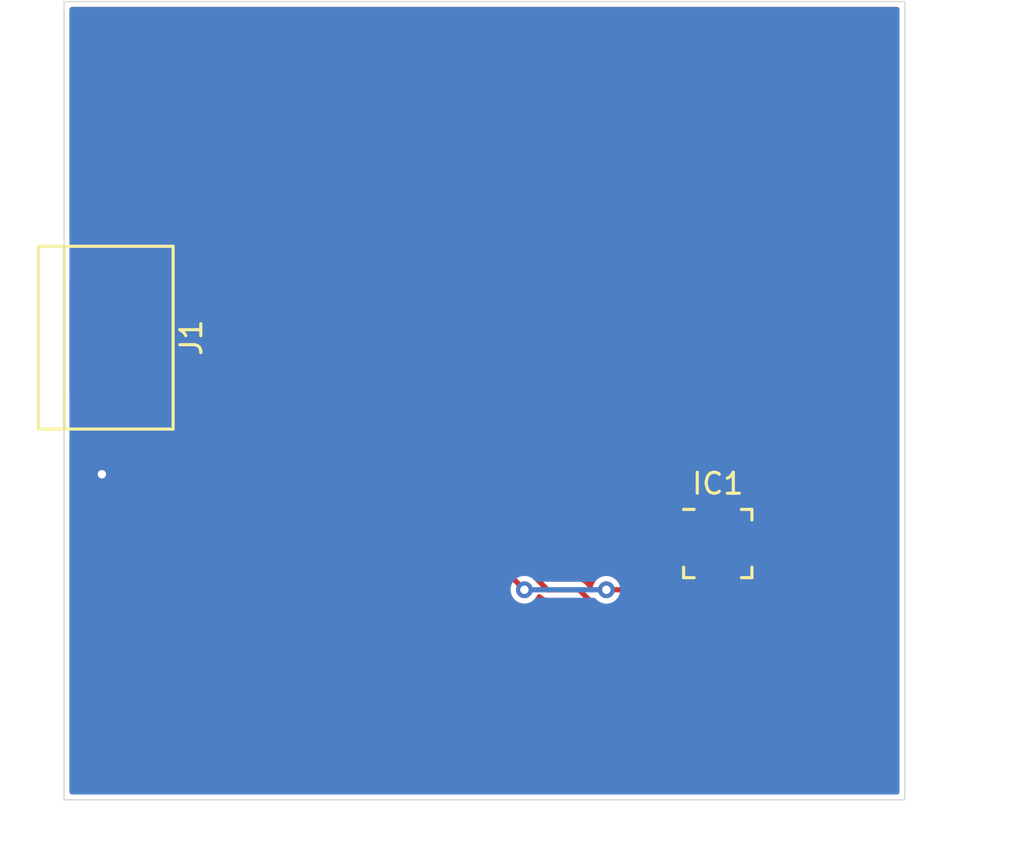
<source format=kicad_pcb>
(kicad_pcb (version 20210807) (generator pcbnew)
  (layers (0 "F.Cu" signal) (31 "B.Cu" signal) (34 "B.Paste" user) (35 "F.Paste" user) (36 "B.SilkS" user "B.Silkscreen") (37 "F.SilkS" user "F.Silkscreen") (38 "B.Mask" user) (39 "F.Mask" user) (44 "Edge.Cuts" user))
  (net 0 "")
  (net 1 "GND")
  (net 2 "+3V3")
  (net 3 "+5V")
  (net 4 "Net-(J1-Pad4)")
  (net 5 "/USB_D+")
  (net 6 "/USB_D-")
  (net 7 "Net-(IC1-Pad16)")
  (net 8 "Net-(IC1-Pad15)")
  (net 9 "Net-(IC1-Pad13)")
  (net 10 "Net-(IC1-Pad11)")
  (net 11 "Net-(IC1-Pad9)")
  (net 12 "Net-(IC1-Pad8)")
  (net 13 "Net-(IC1-Pad7)")
  (net 14 "Net-(IC1-Pad3)")
  (net 15 "Net-(IC1-Pad2)")
  (net 16 "/SDA")
  (net 17 "/SCL")
  (footprint "misc:USB_Micro-B" (layer "F.Cu") (at 119.6 114 -90)
    (fp_text reference "J1" (at 0 -3.45 -90) (layer "F.SilkS"))
    (fp_text value "USB_B_Mini")
    (fp_line (start -4.3509 -2.58754) (end 4.3491 -2.58754) (layer "F.SilkS") (width 0.15))
    (fp_line (start -4.3509 3.81746) (end -4.3509 -2.58754) (layer "F.SilkS") (width 0.15))
    (fp_line (start -4.3509 3.81746) (end 4.3491 3.81746) (layer "F.SilkS") (width 0.15))
    (fp_line (start 4.3491 -2.58754) (end 4.3491 3.81746) (layer "F.SilkS") (width 0.15))
    (fp_line (start 4.3491 2.58746) (end -4.3509 2.58746) (layer "F.SilkS") (width 0.15))
    (pad "1" smd rect locked (at -1.3009 -1.56254) (size 1.35 0.4) (layers "F.Cu" "F.Paste" "F.Mask") (net 3 "+5V"))
    (pad "2" smd rect locked (at -0.6509 -1.56254) (size 1.35 0.4) (layers "F.Cu" "F.Paste" "F.Mask") (net 6 "/USB_D-"))
    (pad "3" smd rect locked (at -0.0009 -1.56254) (size 1.35 0.4) (layers "F.Cu" "F.Paste" "F.Mask") (net 5 "/USB_D+"))
    (pad "4" smd rect locked (at 0.6491 -1.56254) (size 1.35 0.4) (layers "F.Cu" "F.Paste" "F.Mask") (net 4 "Net-(J1-Pad4)") (thermal_bridge_width 1) (thermal_gap 0.2))
    (pad "5" smd rect locked (at 1.2991 -1.56254) (size 1.35 0.4) (layers "F.Cu" "F.Paste" "F.Mask") (net 1 "GND"))
    (pad "6" smd rect locked (at -3.75 1.15 270) (size 1.524 1.524) (layers "F.Cu" "F.Paste" "F.Mask") (net 1 "GND"))
    (pad "6" smd rect locked (at 3.75 1.15 270) (size 1.524 1.524) (layers "F.Cu" "F.Paste" "F.Mask") (net 1 "GND"))
  )
  (footprint "qfn:QFN-16_3x3mm_Pitch0.5mm" (layer "F.Cu") (at 148.100009 123.800006)
    (fp_text reference "IC1" (at 0 -2.85) (layer "F.SilkS"))
    (fp_text value "MMA8452Q")
    (fp_line (start -1.625 -1.625) (end -1.125 -1.625) (layer "F.SilkS") (width 0.15))
    (fp_line (start -1.625 1.625) (end -1.625 1.125) (layer "F.SilkS") (width 0.15))
    (fp_line (start -1.625 1.625) (end -1.125 1.625) (layer "F.SilkS") (width 0.15))
    (fp_line (start 1.625 -1.625) (end 1.125 -1.625) (layer "F.SilkS") (width 0.15))
    (fp_line (start 1.625 -1.625) (end 1.625 -1.125) (layer "F.SilkS") (width 0.15))
    (fp_line (start 1.625 1.625) (end 1.125 1.625) (layer "F.SilkS") (width 0.15))
    (fp_line (start 1.625 1.625) (end 1.625 1.125) (layer "F.SilkS") (width 0.15))
    (pad "1" smd oval locked (at -1.375 -1) (size 0.913 0.3) (layers "F.Cu" "F.Paste" "F.Mask") (net 2 "+3V3"))
    (pad "2" smd oval locked (at -1.375 -0.5) (size 0.913 0.3) (layers "F.Cu" "F.Paste" "F.Mask") (net 15 "Net-(IC1-Pad2)"))
    (pad "3" smd oval locked (at -1.375 0) (size 0.913 0.3) (layers "F.Cu" "F.Paste" "F.Mask") (net 14 "Net-(IC1-Pad3)"))
    (pad "4" smd oval locked (at -1.375 0.5) (size 0.913 0.3) (layers "F.Cu" "F.Paste" "F.Mask") (net 17 "/SCL"))
    (pad "5" smd oval locked (at -1.375 1) (size 0.913 0.3) (layers "F.Cu" "F.Paste" "F.Mask") (net 1 "GND"))
    (pad "6" smd oval locked (at -0.5 1.375 90) (size 0.93 0.3) (layers "F.Cu" "F.Paste" "F.Mask") (net 16 "/SDA"))
    (pad "7" smd oval locked (at 0 1.375 90) (size 0.93 0.3) (layers "F.Cu" "F.Paste" "F.Mask") (net 13 "Net-(IC1-Pad7)"))
    (pad "8" smd oval locked (at 0.5 1.375 90) (size 0.93 0.3) (layers "F.Cu" "F.Paste" "F.Mask") (net 12 "Net-(IC1-Pad8)"))
    (pad "9" smd oval locked (at 1.375 1) (size 0.913 0.3) (layers "F.Cu" "F.Paste" "F.Mask") (net 11 "Net-(IC1-Pad9)"))
    (pad "10" smd oval locked (at 1.375 0.5) (size 0.913 0.3) (layers "F.Cu" "F.Paste" "F.Mask") (net 1 "GND"))
    (pad "11" smd oval locked (at 1.375 0) (size 0.913 0.3) (layers "F.Cu" "F.Paste" "F.Mask") (net 10 "Net-(IC1-Pad11)"))
    (pad "12" smd oval locked (at 1.375 -0.5) (size 0.913 0.3) (layers "F.Cu" "F.Paste" "F.Mask") (net 1 "GND"))
    (pad "13" smd oval locked (at 1.375 -1) (size 0.913 0.3) (layers "F.Cu" "F.Paste" "F.Mask") (net 9 "Net-(IC1-Pad13)"))
    (pad "14" smd oval locked (at 0.5 -1.375 90) (size 0.93 0.3) (layers "F.Cu" "F.Paste" "F.Mask") (net 2 "+3V3"))
    (pad "15" smd oval locked (at 0 -1.375 90) (size 0.93 0.3) (layers "F.Cu" "F.Paste" "F.Mask") (net 8 "Net-(IC1-Pad15)"))
    (pad "16" smd oval locked (at -0.5 -1.375 90) (size 0.93 0.3) (layers "F.Cu" "F.Paste" "F.Mask") (net 7 "Net-(IC1-Pad16)"))
  )
  (gr_line (start 157 98) (end 117 98) (layer "Edge.Cuts") (width 0.05))
  (gr_line (start 117 136) (end 157 136) (layer "Edge.Cuts") (width 0.05))
  (gr_line (start 117 98) (end 117 136) (layer "Edge.Cuts") (width 0.05))
  (gr_line (start 157 136) (end 157 98) (layer "Edge.Cuts") (width 0.05))
  (via (at 118.8 120.5) (size 0.8) (drill 0.4) (layers "F.Cu" "B.Cu") (net 1))
  (segment (start 123.8009 112.6991) (end 121.16254 112.6991) (width 0.3) (layer "F.Cu") (net 3))
  (segment (start 122.275041 113.8991) (end 123.9809 113.8991) (width 0.2) (layer "F.Cu") (net 5))
  (segment (start 121.16254 113.9991) (end 122.175041 113.9991) (width 0.2) (layer "F.Cu") (net 5))
  (segment (start 122.175041 113.9991) (end 122.275041 113.8991) (width 0.2) (layer "F.Cu") (net 5))
  (segment (start 121.16254 113.3491) (end 122.175041 113.3491) (width 0.2) (layer "F.Cu") (net 6))
  (segment (start 122.275041 113.4491) (end 124.1673 113.4491) (width 0.2) (layer "F.Cu") (net 6))
  (segment (start 122.175041 113.3491) (end 122.275041 113.4491) (width 0.2) (layer "F.Cu") (net 6))
  (segment (start 144.2 126.9) (end 145 126.1) (width 0.25) (layer "F.Cu") (net 16))
  (segment (start 140 126) (end 141.5 126) (width 0.25) (layer "F.Cu") (net 16))
  (segment (start 142.4 126.9) (end 144.2 126.9) (width 0.25) (layer "F.Cu") (net 16))
  (segment (start 141.5 126) (end 142.4 126.9) (width 0.25) (layer "F.Cu") (net 16))
  (segment (start 139.13 124.43) (end 139.13 125.13) (width 0.25) (layer "F.Cu") (net 16))
  (segment (start 139.13 125.13) (end 140 126) (width 0.25) (layer "F.Cu") (net 16))
  (segment (start 147.4 126.1) (end 145 126.1) (width 0.25) (layer "F.Cu") (net 16))
  (segment (start 147.6 125.175) (end 147.6 125.9) (width 0.25) (layer "F.Cu") (net 16))
  (segment (start 147.6 125.9) (end 147.4 126.1) (width 0.25) (layer "F.Cu") (net 16))
  (segment (start 138.33 125.43) (end 138.9 126) (width 0.25) (layer "F.Cu") (net 17))
  (segment (start 138.33 124.43) (end 138.33 125.43) (width 0.25) (layer "F.Cu") (net 17))
  (segment (start 143.8 126) (end 145.5 124.3) (width 0.25) (layer "F.Cu") (net 17))
  (segment (start 142.8 126) (end 143.8 126) (width 0.25) (layer "F.Cu") (net 17))
  (segment (start 145.5 124.3) (end 146.725 124.3) (width 0.25) (layer "F.Cu") (net 17))
  (via (at 142.8 126) (size 0.8) (drill 0.4) (layers "F.Cu" "B.Cu") (net 17))
  (via (at 138.9 126) (size 0.8) (drill 0.4) (layers "F.Cu" "B.Cu") (net 17))
  (segment (start 142.8 126) (end 142.1 126) (width 0.25) (layer "B.Cu") (net 17))
  (segment (start 142.1 126) (end 138.9 126) (width 0.25) (layer "B.Cu") (net 17))
  (zone (net 1) (net_name "GND") (layer "F.Cu") (connect_pads (clearance 0.254)) (min_thickness 0.254) (fill yes (thermal_gap 0.254) (thermal_bridge_width 0.3))
    (polygon (pts (xy 117 98) (xy 157 98) (xy 157 136) (xy 117 136)))
  )
  (zone (net 1) (net_name "GND") (layer "B.Cu") (connect_pads (clearance 0.254)) (min_thickness 0.254) (fill yes (thermal_gap 0.254) (thermal_bridge_width 0.3))
    (polygon (pts (xy 117 98) (xy 157 98) (xy 157 136) (xy 117 136)))
  )
)
</source>
